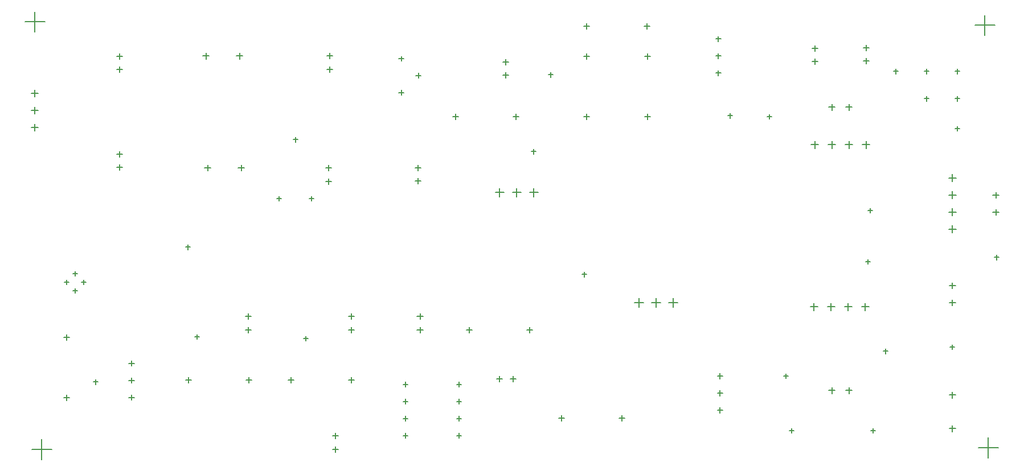
<source format=gbr>
%TF.GenerationSoftware,Altium Limited,Altium Designer,21.2.2 (38)*%
G04 Layer_Color=128*
%FSLAX26Y26*%
%MOIN*%
%TF.SameCoordinates,77551777-079B-400F-9D4E-00EB0A9A3649*%
%TF.FilePolarity,Positive*%
%TF.FileFunction,Drillmap*%
%TF.Part,Single*%
G01*
G75*
%TA.AperFunction,NonConductor*%
%ADD96C,0.005000*%
D96*
X6728268Y4431260D02*
X6761732D01*
X6745000Y4414528D02*
Y4447992D01*
X6728268Y4510000D02*
X6761732D01*
X6745000Y4493268D02*
Y4526732D01*
X7028268Y4435000D02*
X7061732D01*
X7045000Y4418268D02*
Y4451732D01*
X7028268Y4513740D02*
X7061732D01*
X7045000Y4497008D02*
Y4530472D01*
X4874606Y3665000D02*
X4925394D01*
X4900000Y3639606D02*
Y3690394D01*
X4974606Y3665000D02*
X5025394D01*
X5000000Y3639606D02*
Y3690394D01*
X5074606Y3665000D02*
X5125394D01*
X5100000Y3639606D02*
Y3690394D01*
X6174252Y2590000D02*
X6205748D01*
X6190000Y2574252D02*
Y2605748D01*
X6174252Y2490000D02*
X6205748D01*
X6190000Y2474252D02*
Y2505748D01*
X6174252Y2390000D02*
X6205748D01*
X6190000Y2374252D02*
Y2405748D01*
X7532283Y3020000D02*
X7567717D01*
X7550000Y3002284D02*
Y3037716D01*
X7532283Y3120000D02*
X7567717D01*
X7550000Y3102284D02*
Y3137716D01*
X3163858Y4465000D02*
X3199291D01*
X3181575Y4447283D02*
Y4482717D01*
X3360709Y4465000D02*
X3396142D01*
X3378425Y4447283D02*
Y4482717D01*
X4918817Y4430191D02*
X4952282D01*
X4935549Y4413459D02*
Y4446924D01*
X3883268Y3730000D02*
X3916732D01*
X3900000Y3713268D02*
Y3746732D01*
X3883268Y3808740D02*
X3916732D01*
X3900000Y3792008D02*
Y3825472D01*
X3888268Y4465000D02*
X3921732D01*
X3905000Y4448268D02*
Y4481732D01*
X3888268Y4386260D02*
X3921732D01*
X3905000Y4369528D02*
Y4402992D01*
X3370709Y3810000D02*
X3406142D01*
X3388425Y3792284D02*
Y3827716D01*
X3173858Y3810000D02*
X3209291D01*
X3191575Y3792284D02*
Y3827716D01*
X2658268Y4463740D02*
X2691732D01*
X2675000Y4447008D02*
Y4480472D01*
X2658268Y4385000D02*
X2691732D01*
X2675000Y4368268D02*
Y4401732D01*
X2658268Y3890000D02*
X2691732D01*
X2675000Y3873268D02*
Y3906732D01*
X2658268Y3811260D02*
X2691732D01*
X2675000Y3794528D02*
Y3827992D01*
X2160000Y4245000D02*
X2200000D01*
X2180000Y4225000D02*
Y4265000D01*
X2160000Y4145000D02*
X2200000D01*
X2180000Y4125000D02*
Y4165000D01*
X2160000Y4045000D02*
X2200000D01*
X2180000Y4025000D02*
Y4065000D01*
X2352313Y3140000D02*
X2377687D01*
X2365000Y3127313D02*
Y3152687D01*
X2402313Y3190000D02*
X2427687D01*
X2415000Y3177313D02*
Y3202687D01*
X2452313Y3140000D02*
X2477687D01*
X2465000Y3127313D02*
Y3152687D01*
X2402313Y3090000D02*
X2427687D01*
X2415000Y3077313D02*
Y3102687D01*
X2729766Y2664117D02*
X2761262D01*
X2745514Y2648369D02*
Y2679865D01*
X2729766Y2564117D02*
X2761262D01*
X2745514Y2548369D02*
Y2579865D01*
X2729766Y2464117D02*
X2761262D01*
X2745514Y2448369D02*
Y2479865D01*
X2348268Y2817165D02*
X2381732D01*
X2365000Y2800433D02*
Y2833898D01*
X2348268Y2462835D02*
X2381732D01*
X2365000Y2446102D02*
Y2479567D01*
X3413268Y2860000D02*
X3446732D01*
X3430000Y2843268D02*
Y2876732D01*
X3413268Y2938740D02*
X3446732D01*
X3430000Y2922008D02*
Y2955472D01*
X3661102Y2565000D02*
X3694567D01*
X3677835Y2548268D02*
Y2581732D01*
X4015433Y2565000D02*
X4048898D01*
X4032165Y2548268D02*
Y2581732D01*
X5060433Y2860000D02*
X5093898D01*
X5077165Y2843268D02*
Y2876732D01*
X4706102Y2860000D02*
X4739567D01*
X4722835Y2843268D02*
Y2876732D01*
X4417346Y2860000D02*
X4450810D01*
X4434078Y2843268D02*
Y2876732D01*
X4417346Y2938740D02*
X4450810D01*
X4434078Y2922008D02*
Y2955472D01*
X4980433Y4110000D02*
X5013898D01*
X4997165Y4093268D02*
Y4126732D01*
X4626102Y4110000D02*
X4659567D01*
X4642835Y4093268D02*
Y4126732D01*
X4405568Y3731187D02*
X4439033D01*
X4422300Y3714455D02*
Y3747919D01*
X4405568Y3809927D02*
X4439033D01*
X4422300Y3793195D02*
Y3826660D01*
X4962008Y2573822D02*
X4995472D01*
X4978740Y2557090D02*
Y2590555D01*
X4883268Y2573822D02*
X4916732D01*
X4900000Y2557090D02*
Y2590555D01*
X4647523Y2540750D02*
X4676381D01*
X4661952Y2526320D02*
Y2555179D01*
X4647523Y2440750D02*
X4676381D01*
X4661952Y2426320D02*
Y2455179D01*
X4647523Y2340750D02*
X4676381D01*
X4661952Y2326320D02*
Y2355179D01*
X4647523Y2240750D02*
X4676381D01*
X4661952Y2226320D02*
Y2255179D01*
X4335003Y2240750D02*
X4363862D01*
X4349433Y2226320D02*
Y2255179D01*
X4335003Y2340750D02*
X4363862D01*
X4349433Y2326320D02*
Y2355179D01*
X4335003Y2440750D02*
X4363862D01*
X4349433Y2426320D02*
Y2455179D01*
X4335003Y2540750D02*
X4363862D01*
X4349433Y2526320D02*
Y2555179D01*
X5244993Y2341592D02*
X5278457D01*
X5261725Y2324860D02*
Y2358325D01*
X5599324Y2341592D02*
X5632788D01*
X5616056Y2324860D02*
Y2358325D01*
X7017953Y2995000D02*
X7062047D01*
X7040000Y2972953D02*
Y3017047D01*
X6917953Y2995000D02*
X6962047D01*
X6940000Y2972953D02*
Y3017047D01*
X6817953Y2995000D02*
X6862047D01*
X6840000Y2972953D02*
Y3017047D01*
X6717953Y2995000D02*
X6762047D01*
X6740000Y2972953D02*
Y3017047D01*
X7527953Y3750000D02*
X7572047D01*
X7550000Y3727953D02*
Y3772047D01*
X7527953Y3650000D02*
X7572047D01*
X7550000Y3627953D02*
Y3672047D01*
X7527953Y3550000D02*
X7572047D01*
X7550000Y3527953D02*
Y3572047D01*
X7527953Y3450000D02*
X7572047D01*
X7550000Y3427953D02*
Y3472047D01*
X6827283Y4165000D02*
X6862717D01*
X6845000Y4147283D02*
Y4182717D01*
X6927283Y4165000D02*
X6962717D01*
X6945000Y4147283D02*
Y4182717D01*
X7532283Y2478425D02*
X7567717D01*
X7550000Y2460709D02*
Y2496142D01*
X7532283Y2281575D02*
X7567717D01*
X7550000Y2263858D02*
Y2299291D01*
X6927283Y2505000D02*
X6962717D01*
X6945000Y2487284D02*
Y2522716D01*
X6827283Y2505000D02*
X6862717D01*
X6845000Y2487284D02*
Y2522716D01*
X7787283Y3550000D02*
X7822717D01*
X7805000Y3532284D02*
Y3567716D01*
X7787283Y3650000D02*
X7822717D01*
X7805000Y3632284D02*
Y3667716D01*
X5887638Y3020000D02*
X5942362D01*
X5915000Y2992638D02*
Y3047362D01*
X5787638Y3020000D02*
X5842362D01*
X5815000Y2992638D02*
Y3047362D01*
X5687638Y3020000D02*
X5742362D01*
X5715000Y2992638D02*
Y3047362D01*
X4015584Y2860000D02*
X4049049D01*
X4032316Y2843268D02*
Y2876732D01*
X4015584Y2938740D02*
X4049049D01*
X4032316Y2922008D02*
Y2955472D01*
X3922914Y2238759D02*
X3956378D01*
X3939646Y2222027D02*
Y2255491D01*
X3922914Y2160019D02*
X3956378D01*
X3939646Y2143287D02*
Y2176751D01*
X3061102Y2565000D02*
X3094567D01*
X3077835Y2548268D02*
Y2581732D01*
X3415433Y2565000D02*
X3448898D01*
X3432165Y2548268D02*
Y2581732D01*
X4918817Y4351451D02*
X4952282D01*
X4935549Y4334719D02*
Y4368184D01*
X5748268Y4107835D02*
X5781732D01*
X5765000Y4091102D02*
Y4124567D01*
X5748268Y4462165D02*
X5781732D01*
X5765000Y4445433D02*
Y4478898D01*
X5747054Y4640578D02*
X5780519D01*
X5763786Y4623846D02*
Y4657311D01*
X5392723Y4640578D02*
X5426188D01*
X5409455Y4623846D02*
Y4657311D01*
X5391376Y4462165D02*
X5424840D01*
X5408108Y4445433D02*
Y4478898D01*
X5391376Y4107835D02*
X5424840D01*
X5408108Y4091102D02*
Y4124567D01*
X6164252Y4365000D02*
X6195748D01*
X6180000Y4349252D02*
Y4380748D01*
X6164252Y4465000D02*
X6195748D01*
X6180000Y4449252D02*
Y4480748D01*
X6164252Y4565000D02*
X6195748D01*
X6180000Y4549252D02*
Y4580748D01*
X6722953Y3945000D02*
X6767047D01*
X6745000Y3922953D02*
Y3967047D01*
X6822953Y3945000D02*
X6867047D01*
X6845000Y3922953D02*
Y3967047D01*
X6922953Y3945000D02*
X6967047D01*
X6945000Y3922953D02*
Y3967047D01*
X7022953Y3945000D02*
X7067047D01*
X7045000Y3922953D02*
Y3967047D01*
X4310630Y4250197D02*
X4339370D01*
X4325000Y4235827D02*
Y4264567D01*
X4410433Y4350118D02*
X4439173D01*
X4424803Y4335748D02*
Y4364488D01*
X4310630Y4450000D02*
X4339370D01*
X4325000Y4435630D02*
Y4464370D01*
X5381000Y3185000D02*
X5409000D01*
X5395000Y3171000D02*
Y3199000D01*
X7041000Y3260000D02*
X7069000D01*
X7055000Y3246000D02*
Y3274000D01*
X5086000Y3905000D02*
X5114000D01*
X5100000Y3891000D02*
Y3919000D01*
X5186000Y4355000D02*
X5214000D01*
X5200000Y4341000D02*
Y4369000D01*
X2521000Y2555000D02*
X2549000D01*
X2535000Y2541000D02*
Y2569000D01*
X3061000Y3345000D02*
X3089000D01*
X3075000Y3331000D02*
Y3359000D01*
X3116000Y2820000D02*
X3144000D01*
X3130000Y2806000D02*
Y2834000D01*
X6466000Y4110000D02*
X6494000D01*
X6480000Y4096000D02*
Y4124000D01*
X6236000Y4115000D02*
X6264000D01*
X6250000Y4101000D02*
Y4129000D01*
X7056000Y3560000D02*
X7084000D01*
X7070000Y3546000D02*
Y3574000D01*
X6596000Y2270000D02*
X6624000D01*
X6610000Y2256000D02*
Y2284000D01*
X7071000Y2270000D02*
X7099000D01*
X7085000Y2256000D02*
Y2284000D01*
X7536000Y2760000D02*
X7564000D01*
X7550000Y2746000D02*
Y2774000D01*
X7206000Y4375000D02*
X7234000D01*
X7220000Y4361000D02*
Y4389000D01*
X7386000Y4215000D02*
X7414000D01*
X7400000Y4201000D02*
Y4229000D01*
X7386000Y4375000D02*
X7414000D01*
X7400000Y4361000D02*
Y4389000D01*
X7566000Y4375000D02*
X7594000D01*
X7580000Y4361000D02*
Y4389000D01*
X7566000Y4215000D02*
X7594000D01*
X7580000Y4201000D02*
Y4229000D01*
X7796000Y3285000D02*
X7824000D01*
X7810000Y3271000D02*
Y3299000D01*
X7146000Y2735000D02*
X7174000D01*
X7160000Y2721000D02*
Y2749000D01*
X6561000Y2590000D02*
X6589000D01*
X6575000Y2576000D02*
Y2604000D01*
X7566000Y4040000D02*
X7594000D01*
X7580000Y4026000D02*
Y4054000D01*
X7680945Y4645000D02*
X7799055D01*
X7740000Y4585945D02*
Y4704055D01*
X7700945Y2170000D02*
X7819055D01*
X7760000Y2110945D02*
Y2229055D01*
X2160945Y2160000D02*
X2279055D01*
X2220000Y2100945D02*
Y2219055D01*
X2120945Y4665000D02*
X2239055D01*
X2180000Y4605945D02*
Y4724055D01*
X3596000Y3630000D02*
X3624000D01*
X3610000Y3616000D02*
Y3644000D01*
X3786000Y3630000D02*
X3814000D01*
X3800000Y3616000D02*
Y3644000D01*
X3691000Y3975000D02*
X3719000D01*
X3705000Y3961000D02*
Y3989000D01*
X3751000Y2810000D02*
X3779000D01*
X3765000Y2796000D02*
Y2824000D01*
%TF.MD5,75003ccbc33fe89584abfeb07f8c9f77*%
M02*

</source>
